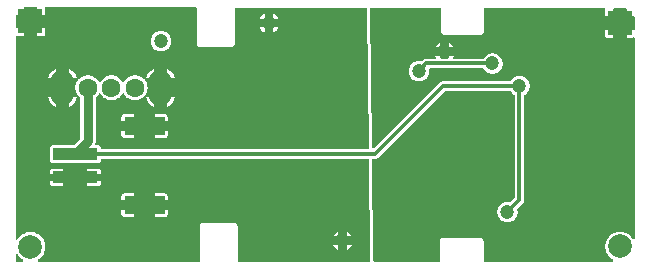
<source format=gbl>
G04 Layer: BottomLayer*
G04 EasyEDA v6.5.42, 2024-05-27 16:03:50*
G04 5a823164b2b14e8aa45e0a56d25f44cb,4b06660695a64fe3bf0f4e1e846abbee,10*
G04 Gerber Generator version 0.2*
G04 Scale: 100 percent, Rotated: No, Reflected: No *
G04 Dimensions in millimeters *
G04 leading zeros omitted , absolute positions ,4 integer and 5 decimal *
%FSLAX45Y45*%
%MOMM*%

%AMMACRO1*21,1,$1,$2,0,0,$3*%
%ADD10C,0.3000*%
%ADD11C,0.8000*%
%ADD12MACRO1,1X3.8X-90.0000*%
%ADD13MACRO1,1.5X3.4X-90.0000*%
%ADD14C,2.0000*%
%ADD15O,1.599946X1.5999968*%
%ADD16O,1.9999959999999999X2.999994*%
%ADD17MACRO1,2X2X-90.0000*%
%ADD18R,2.0000X2.0000*%
%ADD19C,1.2000*%
%ADD20C,0.0124*%

%LPD*%
G36*
X2574604.0Y2420983.0D02*
G01*
X2570337.0Y2421897.0D01*
X2566883.0Y2424539.0D01*
X2564800.0Y2428400.0D01*
X2564546.0Y2432768.0D01*
X2566172.0Y2436832.0D01*
X2569321.0Y2439880.0D01*
X2576027.0Y2443894.0D01*
X2587965.0Y2453241.0D01*
X2598734.0Y2464010.0D01*
X2608082.0Y2475999.0D01*
X2615956.0Y2488953.0D01*
X2622204.0Y2502872.0D01*
X2626725.0Y2517350.0D01*
X2629468.0Y2532286.0D01*
X2630383.0Y2547475.0D01*
X2629468.0Y2562664.0D01*
X2626725.0Y2577650.0D01*
X2622204.0Y2592128.0D01*
X2615956.0Y2605996.0D01*
X2608082.0Y2619001.0D01*
X2598734.0Y2630939.0D01*
X2587965.0Y2641709.0D01*
X2576027.0Y2651056.0D01*
X2563022.0Y2658930.0D01*
X2549154.0Y2665178.0D01*
X2534625.0Y2669700.0D01*
X2519690.0Y2672443.0D01*
X2504500.0Y2673408.0D01*
X2489311.0Y2672443.0D01*
X2474376.0Y2669700.0D01*
X2459847.0Y2665178.0D01*
X2445979.0Y2658930.0D01*
X2432974.0Y2651056.0D01*
X2421036.0Y2641709.0D01*
X2410266.0Y2630939.0D01*
X2400919.0Y2619001.0D01*
X2396855.0Y2612346.0D01*
X2393858.0Y2609146.0D01*
X2389794.0Y2607520.0D01*
X2385425.0Y2607774.0D01*
X2381564.0Y2609908.0D01*
X2378923.0Y2613362.0D01*
X2378008.0Y2617630.0D01*
X2378008.0Y4322020.0D01*
X2378872.0Y4326134.0D01*
X2381361.0Y4329538.0D01*
X2385019.0Y4331722.0D01*
X2389235.0Y4332180.0D01*
X2398735.0Y4328878.0D01*
X2405085.0Y4328217.0D01*
X2448163.0Y4328217.0D01*
X2448163.0Y4397712.0D01*
X2388168.0Y4397712.0D01*
X2384257.0Y4398474.0D01*
X2381006.0Y4400709.0D01*
X2378770.0Y4404011.0D01*
X2378008.0Y4407922.0D01*
X2378008.0Y4500277.0D01*
X2378770.0Y4504188.0D01*
X2381006.0Y4507490.0D01*
X2384257.0Y4509675.0D01*
X2388168.0Y4510488.0D01*
X2448163.0Y4510488.0D01*
X2448163.0Y4568603.0D01*
X2448925.0Y4572514.0D01*
X2451160.0Y4575766.0D01*
X2454462.0Y4577950.0D01*
X2458323.0Y4578712.0D01*
X2550728.0Y4578509.0D01*
X2554589.0Y4577696.0D01*
X2557891.0Y4575512.0D01*
X2560076.0Y4572210.0D01*
X2560838.0Y4568349.0D01*
X2560838.0Y4510488.0D01*
X2630434.0Y4510488.0D01*
X2630434.0Y4553515.0D01*
X2629672.0Y4559865.0D01*
X2627944.0Y4564742.0D01*
X2627386.0Y4568654.0D01*
X2628300.0Y4572311.0D01*
X2630535.0Y4575461.0D01*
X2633786.0Y4577544.0D01*
X2637596.0Y4578306.0D01*
X3901043.0Y4575258.0D01*
X3904904.0Y4574496.0D01*
X3908206.0Y4572311.0D01*
X3910390.0Y4569060.0D01*
X3911203.0Y4565199.0D01*
X3913692.0Y4262380.0D01*
X3914505.0Y4255929.0D01*
X3916690.0Y4250392.0D01*
X3920246.0Y4245261.0D01*
X3923141.0Y4242416.0D01*
X3926850.0Y4239673.0D01*
X3932387.0Y4237234.0D01*
X3939753.0Y4236066.0D01*
X4205691.0Y4236066.0D01*
X4212193.0Y4236930.0D01*
X4217730.0Y4238962.0D01*
X4222861.0Y4242518.0D01*
X4225909.0Y4245515.0D01*
X4228551.0Y4249172.0D01*
X4231040.0Y4254659.0D01*
X4232208.0Y4262126.0D01*
X4232208.0Y4559662.0D01*
X4232970.0Y4563574.0D01*
X4235206.0Y4566825.0D01*
X4238457.0Y4569111.0D01*
X4242368.0Y4569822.0D01*
X5343508.0Y4569822.0D01*
X5347369.0Y4569111.0D01*
X5350620.0Y4566876.0D01*
X5352856.0Y4563675.0D01*
X5353668.0Y4559865.0D01*
X5368807.0Y3384608.0D01*
X5368045.0Y3380696.0D01*
X5365860.0Y3377293.0D01*
X5362558.0Y3375058.0D01*
X5358647.0Y3374296.0D01*
X3111052.0Y3374296.0D01*
X3107395.0Y3374905.0D01*
X3104245.0Y3376836.0D01*
X3102010.0Y3379731.0D01*
X3100943.0Y3383287.0D01*
X3100283.0Y3389028.0D01*
X3098403.0Y3394463.0D01*
X3095304.0Y3399391.0D01*
X3091190.0Y3403455.0D01*
X3086313.0Y3406604.0D01*
X3080877.0Y3408535.0D01*
X3074527.0Y3409195.0D01*
X3063707.0Y3409195.0D01*
X3060100.0Y3409906.0D01*
X3056950.0Y3411735.0D01*
X3054715.0Y3414580.0D01*
X3053598.0Y3418085.0D01*
X3053801.0Y3421743.0D01*
X3055376.0Y3428194.0D01*
X3056188.0Y3438862.0D01*
X3056188.0Y3806349.0D01*
X3057103.0Y3810565.0D01*
X3059694.0Y3813969.0D01*
X3065180.0Y3818846.0D01*
X3074324.0Y3829209.0D01*
X3081842.0Y3840486.0D01*
X3084636.0Y3843331.0D01*
X3088294.0Y3844855.0D01*
X3092307.0Y3844855.0D01*
X3095965.0Y3843331.0D01*
X3098759.0Y3840486.0D01*
X3106277.0Y3829209.0D01*
X3115421.0Y3818846.0D01*
X3125835.0Y3809651.0D01*
X3137367.0Y3801980.0D01*
X3149762.0Y3795884.0D01*
X3162919.0Y3791464.0D01*
X3176483.0Y3788670.0D01*
X3190300.0Y3787807.0D01*
X3204118.0Y3788670.0D01*
X3217682.0Y3791464.0D01*
X3230839.0Y3795884.0D01*
X3243234.0Y3801980.0D01*
X3254766.0Y3809651.0D01*
X3265180.0Y3818846.0D01*
X3274324.0Y3829209.0D01*
X3281842.0Y3840486.0D01*
X3284636.0Y3843331.0D01*
X3288294.0Y3844855.0D01*
X3292307.0Y3844855.0D01*
X3295964.0Y3843331.0D01*
X3298758.0Y3840486.0D01*
X3306277.0Y3829209.0D01*
X3315421.0Y3818846.0D01*
X3325835.0Y3809651.0D01*
X3337366.0Y3801980.0D01*
X3349762.0Y3795884.0D01*
X3362919.0Y3791464.0D01*
X3376482.0Y3788670.0D01*
X3390300.0Y3787807.0D01*
X3404118.0Y3788670.0D01*
X3417681.0Y3791464.0D01*
X3430838.0Y3795884.0D01*
X3443234.0Y3801980.0D01*
X3454765.0Y3809651.0D01*
X3465687.0Y3819303.0D01*
X3469345.0Y3821284.0D01*
X3471885.0Y3821538.0D01*
X3472342.0Y3825856.0D01*
X3474323.0Y3829209.0D01*
X3481994.0Y3840791.0D01*
X3488141.0Y3853136.0D01*
X3492561.0Y3866242.0D01*
X3495253.0Y3879907.0D01*
X3496167.0Y3893674.0D01*
X3495253.0Y3907492.0D01*
X3492561.0Y3921106.0D01*
X3488141.0Y3934212.0D01*
X3481994.0Y3946608.0D01*
X3474272.0Y3958190.0D01*
X3472342.0Y3961492.0D01*
X3471885.0Y3965861.0D01*
X3469345.0Y3966064.0D01*
X3465687.0Y3968096.0D01*
X3454765.0Y3977697.0D01*
X3443234.0Y3985419.0D01*
X3430838.0Y3991515.0D01*
X3417681.0Y3995934.0D01*
X3404118.0Y3998678.0D01*
X3390300.0Y3999592.0D01*
X3376482.0Y3998678.0D01*
X3362919.0Y3995934.0D01*
X3349762.0Y3991515.0D01*
X3337366.0Y3985419.0D01*
X3325835.0Y3977697.0D01*
X3315421.0Y3968553.0D01*
X3306277.0Y3958139.0D01*
X3298758.0Y3946862.0D01*
X3295964.0Y3944017.0D01*
X3292307.0Y3942493.0D01*
X3288294.0Y3942493.0D01*
X3284636.0Y3944017.0D01*
X3281842.0Y3946862.0D01*
X3274324.0Y3958139.0D01*
X3265180.0Y3968553.0D01*
X3254766.0Y3977697.0D01*
X3243234.0Y3985419.0D01*
X3230839.0Y3991515.0D01*
X3217682.0Y3995934.0D01*
X3204118.0Y3998678.0D01*
X3190300.0Y3999592.0D01*
X3176483.0Y3998678.0D01*
X3162919.0Y3995934.0D01*
X3149762.0Y3991515.0D01*
X3137367.0Y3985419.0D01*
X3125835.0Y3977697.0D01*
X3115421.0Y3968553.0D01*
X3106277.0Y3958139.0D01*
X3098759.0Y3946862.0D01*
X3095965.0Y3944017.0D01*
X3092307.0Y3942493.0D01*
X3088294.0Y3942493.0D01*
X3084636.0Y3944017.0D01*
X3081842.0Y3946862.0D01*
X3074324.0Y3958139.0D01*
X3065180.0Y3968553.0D01*
X3054766.0Y3977697.0D01*
X3043234.0Y3985419.0D01*
X3030839.0Y3991515.0D01*
X3017682.0Y3995934.0D01*
X3004118.0Y3998678.0D01*
X2990301.0Y3999592.0D01*
X2976483.0Y3998678.0D01*
X2962920.0Y3995934.0D01*
X2949762.0Y3991515.0D01*
X2937367.0Y3985419.0D01*
X2925836.0Y3977697.0D01*
X2914914.0Y3968096.0D01*
X2911256.0Y3966064.0D01*
X2908716.0Y3965861.0D01*
X2908259.0Y3961492.0D01*
X2906278.0Y3958139.0D01*
X2898607.0Y3946608.0D01*
X2892460.0Y3934212.0D01*
X2888040.0Y3921106.0D01*
X2885348.0Y3907492.0D01*
X2884434.0Y3893674.0D01*
X2885348.0Y3879907.0D01*
X2888040.0Y3866242.0D01*
X2892460.0Y3853136.0D01*
X2898607.0Y3840791.0D01*
X2906328.0Y3829158.0D01*
X2908259.0Y3825856.0D01*
X2908716.0Y3821538.0D01*
X2911256.0Y3821284.0D01*
X2914914.0Y3819303.0D01*
X2920908.0Y3813969.0D01*
X2923499.0Y3810565.0D01*
X2924413.0Y3806349.0D01*
X2924413.0Y3470054.0D01*
X2923600.0Y3466142.0D01*
X2921416.0Y3462789.0D01*
X2870768.0Y3412142.0D01*
X2867466.0Y3410008.0D01*
X2863606.0Y3409195.0D01*
X2695661.0Y3409195.0D01*
X2689362.0Y3408535.0D01*
X2683875.0Y3406604.0D01*
X2678998.0Y3403455.0D01*
X2674884.0Y3399391.0D01*
X2671836.0Y3394463.0D01*
X2669905.0Y3389028.0D01*
X2669194.0Y3382728.0D01*
X2669194.0Y3283821.0D01*
X2669905.0Y3277572.0D01*
X2671836.0Y3272086.0D01*
X2674884.0Y3267158.0D01*
X2678998.0Y3263094.0D01*
X2683875.0Y3260046.0D01*
X2689362.0Y3258116.0D01*
X2695661.0Y3257354.0D01*
X3074527.0Y3257354.0D01*
X3080877.0Y3258116.0D01*
X3086313.0Y3260046.0D01*
X3091190.0Y3263094.0D01*
X3095304.0Y3267158.0D01*
X3098403.0Y3272086.0D01*
X3100283.0Y3277572.0D01*
X3100943.0Y3283465.0D01*
X3102010.0Y3286970.0D01*
X3104296.0Y3289866.0D01*
X3107446.0Y3291796.0D01*
X3111052.0Y3292457.0D01*
X5359967.0Y3292457.0D01*
X5363828.0Y3291746.0D01*
X5367080.0Y3289510.0D01*
X5369315.0Y3286259.0D01*
X5370128.0Y3282449.0D01*
X5381050.0Y2431295.0D01*
X5380338.0Y2427333.0D01*
X5378154.0Y2423980.0D01*
X5374852.0Y2421796.0D01*
X5370890.0Y2420983.0D01*
X4267768.0Y2420983.0D01*
X4263857.0Y2421796.0D01*
X4260606.0Y2423980.0D01*
X4258370.0Y2427231.0D01*
X4257608.0Y2431143.0D01*
X4257608.0Y2724716.0D01*
X4256796.0Y2731168.0D01*
X4254713.0Y2736705.0D01*
X4251157.0Y2741836.0D01*
X4248160.0Y2744884.0D01*
X4244553.0Y2747576.0D01*
X4239016.0Y2750065.0D01*
X4231548.0Y2751183.0D01*
X3965610.0Y2751183.0D01*
X3959108.0Y2750370.0D01*
X3953570.0Y2748287.0D01*
X3948440.0Y2744731.0D01*
X3945392.0Y2741785.0D01*
X3942750.0Y2738127.0D01*
X3940261.0Y2732590.0D01*
X3939092.0Y2725173.0D01*
X3939092.0Y2431143.0D01*
X3938330.0Y2427231.0D01*
X3936095.0Y2423980.0D01*
X3932844.0Y2421796.0D01*
X3928932.0Y2420983.0D01*
G37*

%LPC*%
G36*
X5182473.0Y2522126.0D02*
G01*
X5192532.0Y2527612.0D01*
X5202336.0Y2534978.0D01*
X5211023.0Y2543614.0D01*
X5218338.0Y2553418.0D01*
X5223875.0Y2563528.0D01*
X5182473.0Y2563528.0D01*
G37*
G36*
X5109728.0Y2522126.0D02*
G01*
X5109728.0Y2563528.0D01*
X5068326.0Y2563528.0D01*
X5073863.0Y2553418.0D01*
X5081178.0Y2543614.0D01*
X5089865.0Y2534978.0D01*
X5099669.0Y2527612.0D01*
G37*
G36*
X5068326.0Y2636273.0D02*
G01*
X5109728.0Y2636273.0D01*
X5109728.0Y2677624.0D01*
X5099669.0Y2672138.0D01*
X5089865.0Y2664772.0D01*
X5081178.0Y2656136.0D01*
X5073863.0Y2646281.0D01*
G37*
G36*
X5182473.0Y2636273.0D02*
G01*
X5223875.0Y2636273.0D01*
X5218338.0Y2646281.0D01*
X5211023.0Y2656136.0D01*
X5202336.0Y2664772.0D01*
X5192532.0Y2672138.0D01*
X5182473.0Y2677624.0D01*
G37*
G36*
X3561445.0Y2797411.0D02*
G01*
X3639525.0Y2797411.0D01*
X3645875.0Y2798071.0D01*
X3651311.0Y2800002.0D01*
X3656187.0Y2803050.0D01*
X3660302.0Y2807215.0D01*
X3663401.0Y2812092.0D01*
X3665280.0Y2817528.0D01*
X3665992.0Y2823878.0D01*
X3665992.0Y2854408.0D01*
X3561445.0Y2854408.0D01*
G37*
G36*
X3300689.0Y2797411.0D02*
G01*
X3378768.0Y2797411.0D01*
X3378768.0Y2854408.0D01*
X3274171.0Y2854408.0D01*
X3274171.0Y2823878.0D01*
X3274882.0Y2817528.0D01*
X3276813.0Y2812092.0D01*
X3279912.0Y2807215.0D01*
X3283976.0Y2803050.0D01*
X3288903.0Y2800002.0D01*
X3294339.0Y2798071.0D01*
G37*
G36*
X3274171.0Y2942140.0D02*
G01*
X3378768.0Y2942140.0D01*
X3378768.0Y2999239.0D01*
X3300689.0Y2999239.0D01*
X3294339.0Y2998477.0D01*
X3288903.0Y2996547.0D01*
X3283976.0Y2993499.0D01*
X3279912.0Y2989435.0D01*
X3276813.0Y2984558.0D01*
X3274882.0Y2979021.0D01*
X3274171.0Y2972772.0D01*
G37*
G36*
X3561445.0Y2942140.0D02*
G01*
X3665992.0Y2942140.0D01*
X3665992.0Y2972772.0D01*
X3665280.0Y2979021.0D01*
X3663401.0Y2984558.0D01*
X3660302.0Y2989435.0D01*
X3656187.0Y2993499.0D01*
X3651311.0Y2996547.0D01*
X3645875.0Y2998477.0D01*
X3639525.0Y2999239.0D01*
X3561445.0Y2999239.0D01*
G37*
G36*
X2986440.0Y3057354.0D02*
G01*
X3074527.0Y3057354.0D01*
X3080877.0Y3058066.0D01*
X3086313.0Y3059996.0D01*
X3091190.0Y3063146.0D01*
X3095304.0Y3067159.0D01*
X3098403.0Y3072086.0D01*
X3100283.0Y3077522.0D01*
X3100994.0Y3083821.0D01*
X3100994.0Y3101906.0D01*
X2986440.0Y3101906.0D01*
G37*
G36*
X2695661.0Y3057354.0D02*
G01*
X2783748.0Y3057354.0D01*
X2783748.0Y3101906.0D01*
X2669194.0Y3101906.0D01*
X2669194.0Y3083821.0D01*
X2669905.0Y3077522.0D01*
X2671836.0Y3072086.0D01*
X2674884.0Y3067159.0D01*
X2678998.0Y3063146.0D01*
X2683875.0Y3059996.0D01*
X2689362.0Y3058066.0D01*
G37*
G36*
X2669194.0Y3164644.0D02*
G01*
X2783748.0Y3164644.0D01*
X2783748.0Y3209246.0D01*
X2695661.0Y3209246.0D01*
X2689362.0Y3208484.0D01*
X2683875.0Y3206554.0D01*
X2678998.0Y3203455.0D01*
X2674884.0Y3199442.0D01*
X2671836.0Y3194514.0D01*
X2669905.0Y3189028.0D01*
X2669194.0Y3182780.0D01*
G37*
G36*
X2986440.0Y3164644.0D02*
G01*
X3100994.0Y3164644.0D01*
X3100994.0Y3182780.0D01*
X3100283.0Y3189028.0D01*
X3098403.0Y3194514.0D01*
X3095304.0Y3199442.0D01*
X3091190.0Y3203455.0D01*
X3086313.0Y3206554.0D01*
X3080877.0Y3208484.0D01*
X3074527.0Y3209246.0D01*
X2986440.0Y3209246.0D01*
G37*
G36*
X3561445.0Y3467361.0D02*
G01*
X3639525.0Y3467361.0D01*
X3645875.0Y3468123.0D01*
X3651311.0Y3470054.0D01*
X3656187.0Y3473051.0D01*
X3660302.0Y3477166.0D01*
X3663401.0Y3482042.0D01*
X3665280.0Y3487580.0D01*
X3665992.0Y3493828.0D01*
X3665992.0Y3524410.0D01*
X3561445.0Y3524410.0D01*
G37*
G36*
X3300689.0Y3467361.0D02*
G01*
X3378768.0Y3467361.0D01*
X3378768.0Y3524410.0D01*
X3274171.0Y3524410.0D01*
X3274171.0Y3493828.0D01*
X3274882.0Y3487580.0D01*
X3276813.0Y3482042.0D01*
X3279912.0Y3477166.0D01*
X3283976.0Y3473051.0D01*
X3288903.0Y3470054.0D01*
X3294339.0Y3468123.0D01*
G37*
G36*
X3561445.0Y3612192.0D02*
G01*
X3665992.0Y3612192.0D01*
X3665992.0Y3642723.0D01*
X3665280.0Y3649022.0D01*
X3663401.0Y3654508.0D01*
X3660302.0Y3659385.0D01*
X3656187.0Y3663551.0D01*
X3651311.0Y3666548.0D01*
X3645875.0Y3668478.0D01*
X3639525.0Y3669190.0D01*
X3561445.0Y3669190.0D01*
G37*
G36*
X3274171.0Y3612192.0D02*
G01*
X3378768.0Y3612192.0D01*
X3378768.0Y3669190.0D01*
X3300689.0Y3669190.0D01*
X3294339.0Y3668478.0D01*
X3288903.0Y3666548.0D01*
X3283976.0Y3663551.0D01*
X3279912.0Y3659385.0D01*
X3276813.0Y3654508.0D01*
X3274882.0Y3649022.0D01*
X3274171.0Y3642723.0D01*
G37*
G36*
X3548948.0Y3731216.0D02*
G01*
X3548948.0Y3812343.0D01*
X3483467.0Y3812343.0D01*
X3487582.0Y3799033.0D01*
X3493830.0Y3785165.0D01*
X3501704.0Y3772160.0D01*
X3511102.0Y3760223.0D01*
X3521821.0Y3749504.0D01*
X3533810.0Y3740106.0D01*
X3546815.0Y3732182.0D01*
G37*
G36*
X3661674.0Y3731216.0D02*
G01*
X3663807.0Y3732182.0D01*
X3676812.0Y3740106.0D01*
X3688801.0Y3749504.0D01*
X3699520.0Y3760223.0D01*
X3708918.0Y3772160.0D01*
X3716792.0Y3785165.0D01*
X3723040.0Y3799033.0D01*
X3727155.0Y3812343.0D01*
X3661674.0Y3812343.0D01*
G37*
G36*
X2831652.0Y3731216.0D02*
G01*
X2833786.0Y3732182.0D01*
X2846791.0Y3740106.0D01*
X2858780.0Y3749504.0D01*
X2869498.0Y3760223.0D01*
X2878896.0Y3772160.0D01*
X2886770.0Y3785165.0D01*
X2893019.0Y3799033.0D01*
X2897134.0Y3812343.0D01*
X2831652.0Y3812343.0D01*
G37*
G36*
X2718927.0Y3731216.0D02*
G01*
X2718927.0Y3812343.0D01*
X2653446.0Y3812343.0D01*
X2657561.0Y3799033.0D01*
X2663809.0Y3785165.0D01*
X2671683.0Y3772160.0D01*
X2681081.0Y3760223.0D01*
X2691800.0Y3749504.0D01*
X2703789.0Y3740106.0D01*
X2716794.0Y3732182.0D01*
G37*
G36*
X3483467.0Y3975056.0D02*
G01*
X3548948.0Y3975056.0D01*
X3548948.0Y4056183.0D01*
X3546815.0Y4055218.0D01*
X3533810.0Y4047293.0D01*
X3521821.0Y4037895.0D01*
X3511102.0Y4027176.0D01*
X3501704.0Y4015238.0D01*
X3493830.0Y4002183.0D01*
X3487582.0Y3988365.0D01*
G37*
G36*
X2831652.0Y3975056.0D02*
G01*
X2897134.0Y3975056.0D01*
X2893019.0Y3988365.0D01*
X2886770.0Y4002183.0D01*
X2878896.0Y4015238.0D01*
X2869498.0Y4027176.0D01*
X2858780.0Y4037895.0D01*
X2846791.0Y4047293.0D01*
X2833786.0Y4055218.0D01*
X2831652.0Y4056183.0D01*
G37*
G36*
X2653446.0Y3975056.0D02*
G01*
X2718927.0Y3975056.0D01*
X2718927.0Y4056183.0D01*
X2716794.0Y4055218.0D01*
X2703789.0Y4047293.0D01*
X2691800.0Y4037895.0D01*
X2681081.0Y4027176.0D01*
X2671683.0Y4015238.0D01*
X2663809.0Y4002183.0D01*
X2657561.0Y3988365.0D01*
G37*
G36*
X3661674.0Y3975056.0D02*
G01*
X3727155.0Y3975056.0D01*
X3723040.0Y3988365.0D01*
X3716792.0Y4002183.0D01*
X3708918.0Y4015238.0D01*
X3699520.0Y4027176.0D01*
X3688801.0Y4037895.0D01*
X3676812.0Y4047293.0D01*
X3663807.0Y4055218.0D01*
X3661674.0Y4056183.0D01*
G37*
G36*
X3609400.0Y4203097.0D02*
G01*
X3621643.0Y4203960.0D01*
X3633581.0Y4206602.0D01*
X3645062.0Y4210869.0D01*
X3655832.0Y4216711.0D01*
X3665636.0Y4224077.0D01*
X3674323.0Y4232713.0D01*
X3681638.0Y4242518.0D01*
X3687531.0Y4253287.0D01*
X3691798.0Y4264819.0D01*
X3694389.0Y4276757.0D01*
X3695303.0Y4288949.0D01*
X3694389.0Y4301192.0D01*
X3691798.0Y4313180.0D01*
X3687531.0Y4324661.0D01*
X3681638.0Y4335380.0D01*
X3674323.0Y4345235.0D01*
X3665636.0Y4353871.0D01*
X3655832.0Y4361237.0D01*
X3645062.0Y4367079.0D01*
X3633581.0Y4371397.0D01*
X3621643.0Y4373988.0D01*
X3609400.0Y4374852.0D01*
X3597158.0Y4373988.0D01*
X3585220.0Y4371397.0D01*
X3573739.0Y4367079.0D01*
X3562969.0Y4361237.0D01*
X3553165.0Y4353871.0D01*
X3544478.0Y4345235.0D01*
X3537163.0Y4335380.0D01*
X3531270.0Y4324661.0D01*
X3527003.0Y4313180.0D01*
X3524412.0Y4301192.0D01*
X3523498.0Y4288949.0D01*
X3524412.0Y4276757.0D01*
X3527003.0Y4264819.0D01*
X3531270.0Y4253287.0D01*
X3537163.0Y4242518.0D01*
X3544478.0Y4232713.0D01*
X3553165.0Y4224077.0D01*
X3562969.0Y4216711.0D01*
X3573739.0Y4210869.0D01*
X3585220.0Y4206602.0D01*
X3597158.0Y4203960.0D01*
G37*
G36*
X2560838.0Y4328217.0D02*
G01*
X2603916.0Y4328217.0D01*
X2610266.0Y4328878.0D01*
X2615702.0Y4330808.0D01*
X2620629.0Y4333856.0D01*
X2624693.0Y4338022.0D01*
X2627792.0Y4342898.0D01*
X2629672.0Y4348334.0D01*
X2630434.0Y4354684.0D01*
X2630434.0Y4397712.0D01*
X2560838.0Y4397712.0D01*
G37*
G36*
X4560173.0Y4363625.0D02*
G01*
X4570232.0Y4369111.0D01*
X4580036.0Y4376477.0D01*
X4588723.0Y4385113.0D01*
X4596038.0Y4394918.0D01*
X4601575.0Y4405027.0D01*
X4560173.0Y4405027.0D01*
G37*
G36*
X4487428.0Y4363625.0D02*
G01*
X4487428.0Y4405027.0D01*
X4446026.0Y4405027.0D01*
X4451563.0Y4394918.0D01*
X4458878.0Y4385113.0D01*
X4467565.0Y4376477.0D01*
X4477369.0Y4369111.0D01*
G37*
G36*
X4446026.0Y4477772.0D02*
G01*
X4487428.0Y4477772.0D01*
X4487428.0Y4519124.0D01*
X4477369.0Y4513637.0D01*
X4467565.0Y4506271.0D01*
X4458878.0Y4497635.0D01*
X4451563.0Y4487780.0D01*
G37*
G36*
X4560173.0Y4477772.0D02*
G01*
X4601575.0Y4477772.0D01*
X4596038.0Y4487780.0D01*
X4588723.0Y4497635.0D01*
X4580036.0Y4506271.0D01*
X4570232.0Y4513637.0D01*
X4560173.0Y4519124.0D01*
G37*

%LPD*%
G36*
X2388168.0Y2420983.0D02*
G01*
X2384257.0Y2421796.0D01*
X2381006.0Y2423980.0D01*
X2378770.0Y2427231.0D01*
X2378008.0Y2431143.0D01*
X2378008.0Y2477371.0D01*
X2378923.0Y2481638.0D01*
X2381564.0Y2485092.0D01*
X2385425.0Y2487226.0D01*
X2389794.0Y2487429.0D01*
X2393858.0Y2485854.0D01*
X2396855.0Y2482654.0D01*
X2400919.0Y2475999.0D01*
X2410266.0Y2464010.0D01*
X2421036.0Y2453241.0D01*
X2432974.0Y2443894.0D01*
X2439680.0Y2439880.0D01*
X2442829.0Y2436832.0D01*
X2444455.0Y2432768.0D01*
X2444201.0Y2428400.0D01*
X2442118.0Y2424539.0D01*
X2438664.0Y2421897.0D01*
X2434396.0Y2420983.0D01*
G37*

%LPD*%
G36*
X5417118.0Y2420983.0D02*
G01*
X5413308.0Y2421796.0D01*
X5410006.0Y2423929.0D01*
X5407770.0Y2427231.0D01*
X5406958.0Y2431041.0D01*
X5396036.0Y3282144.0D01*
X5396747.0Y3286056.0D01*
X5398931.0Y3289409.0D01*
X5402284.0Y3291644.0D01*
X5406196.0Y3292457.0D01*
X5421689.0Y3292457.0D01*
X5430173.0Y3293270.0D01*
X5437844.0Y3295657.0D01*
X5444905.0Y3299366.0D01*
X5451458.0Y3304750.0D01*
X6010970.0Y3864007.0D01*
X6014272.0Y3866242.0D01*
X6018132.0Y3867004.0D01*
X6563470.0Y3867004.0D01*
X6566976.0Y3866344.0D01*
X6570125.0Y3864515.0D01*
X6579777.0Y3851713.0D01*
X6588464.0Y3843077.0D01*
X6598522.0Y3835610.0D01*
X6601316.0Y3833324.0D01*
X6603145.0Y3830225.0D01*
X6603806.0Y3826669.0D01*
X6603806.0Y2963984.0D01*
X6603044.0Y2960072.0D01*
X6600808.0Y2956720.0D01*
X6571497.0Y2927459.0D01*
X6568754.0Y2925478.0D01*
X6565553.0Y2924513.0D01*
X6562150.0Y2924716.0D01*
X6555342.0Y2926189.0D01*
X6543100.0Y2927052.0D01*
X6530857.0Y2926189.0D01*
X6518919.0Y2923598.0D01*
X6507438.0Y2919280.0D01*
X6496668.0Y2913438.0D01*
X6486864.0Y2906072.0D01*
X6478177.0Y2897436.0D01*
X6470862.0Y2887581.0D01*
X6464969.0Y2876862.0D01*
X6460702.0Y2865381.0D01*
X6458111.0Y2853392.0D01*
X6457197.0Y2841150.0D01*
X6458111.0Y2828958.0D01*
X6460702.0Y2817020.0D01*
X6464969.0Y2805488.0D01*
X6470862.0Y2794718.0D01*
X6478177.0Y2784914.0D01*
X6486864.0Y2776278.0D01*
X6496668.0Y2768912.0D01*
X6507438.0Y2763070.0D01*
X6518919.0Y2758803.0D01*
X6530857.0Y2756161.0D01*
X6543100.0Y2755298.0D01*
X6555342.0Y2756161.0D01*
X6567280.0Y2758803.0D01*
X6578761.0Y2763070.0D01*
X6589531.0Y2768912.0D01*
X6599335.0Y2776278.0D01*
X6608022.0Y2784914.0D01*
X6615337.0Y2794718.0D01*
X6621230.0Y2805488.0D01*
X6625497.0Y2817020.0D01*
X6628088.0Y2828958.0D01*
X6629002.0Y2841150.0D01*
X6628088.0Y2853392.0D01*
X6626615.0Y2860250.0D01*
X6626462.0Y2863603.0D01*
X6627428.0Y2866854.0D01*
X6629358.0Y2869598.0D01*
X6673249.0Y2913489.0D01*
X6678685.0Y2920093.0D01*
X6682444.0Y2927154.0D01*
X6684781.0Y2934825.0D01*
X6685594.0Y2943258.0D01*
X6685594.0Y3826669.0D01*
X6686254.0Y3830225.0D01*
X6688083.0Y3833324.0D01*
X6700935.0Y3843077.0D01*
X6709622.0Y3851713.0D01*
X6716937.0Y3861518.0D01*
X6722830.0Y3872287.0D01*
X6727097.0Y3883819.0D01*
X6729688.0Y3895757.0D01*
X6730602.0Y3907949.0D01*
X6729688.0Y3920192.0D01*
X6727097.0Y3932180.0D01*
X6722830.0Y3943661.0D01*
X6716937.0Y3954380.0D01*
X6709622.0Y3964235.0D01*
X6700935.0Y3972871.0D01*
X6691131.0Y3980237.0D01*
X6680361.0Y3986079.0D01*
X6668880.0Y3990397.0D01*
X6656942.0Y3992988.0D01*
X6644700.0Y3993852.0D01*
X6632457.0Y3992988.0D01*
X6620519.0Y3990397.0D01*
X6609038.0Y3986079.0D01*
X6598268.0Y3980237.0D01*
X6588464.0Y3972871.0D01*
X6579777.0Y3964235.0D01*
X6570024.0Y3951281.0D01*
X6566925.0Y3949452.0D01*
X6563369.0Y3948792.0D01*
X5997508.0Y3948792.0D01*
X5989024.0Y3947979.0D01*
X5981353.0Y3945642.0D01*
X5974292.0Y3941934.0D01*
X5967739.0Y3936549.0D01*
X5411987.0Y3381001.0D01*
X5408735.0Y3378817.0D01*
X5404875.0Y3378004.0D01*
X5401014.0Y3378766.0D01*
X5397712.0Y3380950.0D01*
X5395477.0Y3384202.0D01*
X5394664.0Y3388062.0D01*
X5379576.0Y4559510.0D01*
X5380288.0Y4563472.0D01*
X5382523.0Y4566825.0D01*
X5385825.0Y4569111.0D01*
X5389736.0Y4569822.0D01*
X5973632.0Y4569822.0D01*
X5977543.0Y4569111.0D01*
X5980794.0Y4566825.0D01*
X5983030.0Y4563574.0D01*
X5983792.0Y4559662.0D01*
X5983792.0Y4364184.0D01*
X5984604.0Y4357681.0D01*
X5986687.0Y4352195.0D01*
X5990243.0Y4347013.0D01*
X5993240.0Y4343965.0D01*
X5996847.0Y4341324.0D01*
X6002384.0Y4338834.0D01*
X6009852.0Y4337666.0D01*
X6313890.0Y4337666.0D01*
X6320392.0Y4338530.0D01*
X6325930.0Y4340562.0D01*
X6331060.0Y4344118.0D01*
X6334108.0Y4347115.0D01*
X6336750.0Y4350772.0D01*
X6339239.0Y4356259.0D01*
X6340408.0Y4363726.0D01*
X6340408.0Y4556106.0D01*
X6341169.0Y4560018.0D01*
X6343405.0Y4563269.0D01*
X6346656.0Y4565504.0D01*
X6350568.0Y4566266.0D01*
X7362757.0Y4566266.0D01*
X7366568.0Y4565606.0D01*
X7369819.0Y4563472.0D01*
X7372054.0Y4560322.0D01*
X7372918.0Y4556563.0D01*
X7372359.0Y4552753.0D01*
X7370428.0Y4547165.0D01*
X7369717.0Y4540815.0D01*
X7369717.0Y4497788.0D01*
X7439262.0Y4497788.0D01*
X7439262.0Y4556106.0D01*
X7440024.0Y4560018.0D01*
X7442209.0Y4563269.0D01*
X7445511.0Y4565504.0D01*
X7449422.0Y4566266.0D01*
X7541777.0Y4566266.0D01*
X7545688.0Y4565504.0D01*
X7548990.0Y4563269.0D01*
X7551175.0Y4560018.0D01*
X7551937.0Y4556106.0D01*
X7551937.0Y4497788.0D01*
X7611932.0Y4497788.0D01*
X7615843.0Y4496975.0D01*
X7619094.0Y4494790.0D01*
X7621330.0Y4491488.0D01*
X7622092.0Y4487577.0D01*
X7622092.0Y4395222.0D01*
X7621330.0Y4391311.0D01*
X7619094.0Y4388009.0D01*
X7615843.0Y4385774.0D01*
X7611932.0Y4385012.0D01*
X7551937.0Y4385012.0D01*
X7551937.0Y4315517.0D01*
X7595015.0Y4315517.0D01*
X7601365.0Y4316178.0D01*
X7610865.0Y4319480.0D01*
X7615081.0Y4319022.0D01*
X7618739.0Y4316838.0D01*
X7621228.0Y4313434.0D01*
X7622092.0Y4309320.0D01*
X7622092.0Y2619204.0D01*
X7621177.0Y2614886.0D01*
X7618536.0Y2611432.0D01*
X7614675.0Y2609451.0D01*
X7610306.0Y2609146.0D01*
X7606242.0Y2610822.0D01*
X7603245.0Y2613921.0D01*
X7599181.0Y2620627.0D01*
X7589834.0Y2632565.0D01*
X7579064.0Y2643284.0D01*
X7567126.0Y2652682.0D01*
X7554121.0Y2660606.0D01*
X7540253.0Y2666804.0D01*
X7525724.0Y2671376.0D01*
X7510789.0Y2674068.0D01*
X7495600.0Y2674983.0D01*
X7480410.0Y2674068.0D01*
X7465475.0Y2671376.0D01*
X7450946.0Y2666804.0D01*
X7437078.0Y2660606.0D01*
X7424073.0Y2652682.0D01*
X7412135.0Y2643284.0D01*
X7401366.0Y2632565.0D01*
X7392018.0Y2620627.0D01*
X7384144.0Y2607571.0D01*
X7377896.0Y2593754.0D01*
X7373375.0Y2579225.0D01*
X7370632.0Y2564239.0D01*
X7369717.0Y2549050.0D01*
X7370632.0Y2533911.0D01*
X7373375.0Y2518976.0D01*
X7377896.0Y2504447.0D01*
X7384144.0Y2490630.0D01*
X7392018.0Y2477574.0D01*
X7401366.0Y2465585.0D01*
X7412135.0Y2454866.0D01*
X7424073.0Y2445468.0D01*
X7433420.0Y2439880.0D01*
X7436570.0Y2436832.0D01*
X7438196.0Y2432768.0D01*
X7437942.0Y2428400.0D01*
X7435910.0Y2424539.0D01*
X7432404.0Y2421897.0D01*
X7428137.0Y2420983.0D01*
X6350568.0Y2420983.0D01*
X6346656.0Y2421796.0D01*
X6343405.0Y2423980.0D01*
X6341169.0Y2427231.0D01*
X6340408.0Y2431143.0D01*
X6340408.0Y2597716.0D01*
X6339595.0Y2604168.0D01*
X6337512.0Y2609705.0D01*
X6333956.0Y2614836.0D01*
X6330959.0Y2617884.0D01*
X6327352.0Y2620576.0D01*
X6321815.0Y2623065.0D01*
X6314347.0Y2624183.0D01*
X5997609.0Y2624183.0D01*
X5991107.0Y2623370.0D01*
X5985570.0Y2621287.0D01*
X5980439.0Y2617731.0D01*
X5977391.0Y2614785.0D01*
X5974749.0Y2611127.0D01*
X5972260.0Y2605590.0D01*
X5971092.0Y2598173.0D01*
X5971092.0Y2431143.0D01*
X5970330.0Y2427231.0D01*
X5968094.0Y2423980.0D01*
X5964843.0Y2421796.0D01*
X5960932.0Y2420983.0D01*
G37*

%LPC*%
G36*
X5793800.0Y3949097.0D02*
G01*
X5806042.0Y3949960.0D01*
X5817980.0Y3952602.0D01*
X5829461.0Y3956869.0D01*
X5840231.0Y3962711.0D01*
X5850035.0Y3970077.0D01*
X5858722.0Y3978713.0D01*
X5866037.0Y3988517.0D01*
X5871930.0Y3999287.0D01*
X5876197.0Y4010819.0D01*
X5878788.0Y4022757.0D01*
X5879702.0Y4034949.0D01*
X5878839.0Y4046684.0D01*
X5879398.0Y4050849.0D01*
X5881531.0Y4054354.0D01*
X5884935.0Y4056742.0D01*
X5888999.0Y4057606.0D01*
X6334819.0Y4057606.0D01*
X6338376.0Y4056945.0D01*
X6341474.0Y4055066.0D01*
X6351177.0Y4042213.0D01*
X6359864.0Y4033577.0D01*
X6369668.0Y4026211.0D01*
X6380438.0Y4020369.0D01*
X6391919.0Y4016102.0D01*
X6403857.0Y4013460.0D01*
X6416100.0Y4012597.0D01*
X6428342.0Y4013460.0D01*
X6440280.0Y4016102.0D01*
X6451761.0Y4020369.0D01*
X6462531.0Y4026211.0D01*
X6472335.0Y4033577.0D01*
X6481022.0Y4042213.0D01*
X6488337.0Y4052018.0D01*
X6494230.0Y4062787.0D01*
X6498497.0Y4074319.0D01*
X6501088.0Y4086257.0D01*
X6502002.0Y4098449.0D01*
X6501088.0Y4110692.0D01*
X6498497.0Y4122680.0D01*
X6494230.0Y4134161.0D01*
X6488337.0Y4144880.0D01*
X6481022.0Y4154735.0D01*
X6472335.0Y4163371.0D01*
X6462531.0Y4170737.0D01*
X6451761.0Y4176579.0D01*
X6440280.0Y4180897.0D01*
X6428342.0Y4183488.0D01*
X6416100.0Y4184351.0D01*
X6403857.0Y4183488.0D01*
X6391919.0Y4180897.0D01*
X6380438.0Y4176579.0D01*
X6369668.0Y4170737.0D01*
X6359864.0Y4163371.0D01*
X6351177.0Y4154735.0D01*
X6341474.0Y4141883.0D01*
X6338376.0Y4140003.0D01*
X6334819.0Y4139394.0D01*
X6091284.0Y4139394.0D01*
X6087220.0Y4140257.0D01*
X6083817.0Y4142696.0D01*
X6081683.0Y4146252.0D01*
X6081175.0Y4150468.0D01*
X6082344.0Y4154430.0D01*
X6087474.0Y4163727.0D01*
X6046072.0Y4163727.0D01*
X6046072.0Y4149554.0D01*
X6045260.0Y4145642.0D01*
X6043075.0Y4142340.0D01*
X6039773.0Y4140206.0D01*
X6035912.0Y4139394.0D01*
X5983487.0Y4139394.0D01*
X5979626.0Y4140206.0D01*
X5976324.0Y4142340.0D01*
X5974140.0Y4145642.0D01*
X5973327.0Y4149554.0D01*
X5973327.0Y4163727.0D01*
X5931925.0Y4163727.0D01*
X5937056.0Y4154430.0D01*
X5938224.0Y4150468.0D01*
X5937716.0Y4146252.0D01*
X5935582.0Y4142696.0D01*
X5932179.0Y4140257.0D01*
X5928115.0Y4139394.0D01*
X5857808.0Y4139394.0D01*
X5849324.0Y4138530.0D01*
X5841653.0Y4136295.0D01*
X5834592.0Y4132434.0D01*
X5828039.0Y4127100.0D01*
X5822197.0Y4121258.0D01*
X5819454.0Y4119277.0D01*
X5816253.0Y4118312.0D01*
X5812850.0Y4118515.0D01*
X5806042.0Y4119988.0D01*
X5793800.0Y4120852.0D01*
X5781557.0Y4119988.0D01*
X5769619.0Y4117397.0D01*
X5758138.0Y4113079.0D01*
X5747368.0Y4107237.0D01*
X5737564.0Y4099871.0D01*
X5728877.0Y4091235.0D01*
X5721562.0Y4081380.0D01*
X5715669.0Y4070661.0D01*
X5711402.0Y4059180.0D01*
X5708811.0Y4047192.0D01*
X5707897.0Y4034949.0D01*
X5708811.0Y4022757.0D01*
X5711402.0Y4010819.0D01*
X5715669.0Y3999287.0D01*
X5721562.0Y3988517.0D01*
X5728877.0Y3978713.0D01*
X5737564.0Y3970077.0D01*
X5747368.0Y3962711.0D01*
X5758138.0Y3956869.0D01*
X5769619.0Y3952602.0D01*
X5781557.0Y3949960.0D01*
G37*
G36*
X5931925.0Y4236472.0D02*
G01*
X5973327.0Y4236472.0D01*
X5973327.0Y4277824.0D01*
X5963268.0Y4272337.0D01*
X5953464.0Y4264971.0D01*
X5944777.0Y4256335.0D01*
X5937462.0Y4246480.0D01*
G37*
G36*
X6046072.0Y4236472.0D02*
G01*
X6087474.0Y4236472.0D01*
X6081937.0Y4246480.0D01*
X6074622.0Y4256335.0D01*
X6065935.0Y4264971.0D01*
X6056131.0Y4272337.0D01*
X6046072.0Y4277824.0D01*
G37*
G36*
X7396184.0Y4315517.0D02*
G01*
X7439262.0Y4315517.0D01*
X7439262.0Y4385012.0D01*
X7369717.0Y4385012.0D01*
X7369717.0Y4341984.0D01*
X7370428.0Y4335634.0D01*
X7372308.0Y4330198.0D01*
X7375407.0Y4325322.0D01*
X7379471.0Y4321156.0D01*
X7384398.0Y4318108.0D01*
X7389834.0Y4316178.0D01*
G37*

%LPD*%
D10*
X2884993.0Y3333376.0D02*
G01*
X5422197.0Y3333376.0D01*
X5997000.0Y3907923.0D01*
X6644700.0Y3907923.0D01*
X6543100.0Y2841200.0D02*
G01*
X6644700.0Y2942800.0D01*
X6644700.0Y3908000.0D01*
X5793800.0Y4035000.0D02*
G01*
X5857300.0Y4098500.0D01*
X6416100.0Y4098500.0D01*
D11*
X2885094.0Y3333300.0D02*
G01*
X2990301.0Y3438507.0D01*
X2990301.0Y3893699.0D01*
D12*
G01*
X2885102.0Y3333300.0D03*
G01*
X2885102.0Y3133300.0D03*
D13*
G01*
X3470098.0Y2898297.0D03*
G01*
X3470098.0Y3568303.0D03*
D14*
G01*
X7495600.0Y2549100.0D03*
D15*
G01*
X2990301.0Y3893699.0D03*
G01*
X3390300.0Y3893699.0D03*
G01*
X3190300.0Y3893699.0D03*
D16*
G01*
X3605311.0Y3893699.0D03*
G01*
X2775290.0Y3893699.0D03*
D17*
G01*
X7495600.0Y4441400.0D03*
D14*
G01*
X2504500.0Y2547500.0D03*
D18*
G01*
X2504500.0Y4454100.0D03*
D19*
G01*
X6009700.0Y4200100.0D03*
G01*
X3609400.0Y4289000.0D03*
G01*
X5146100.0Y2599900.0D03*
G01*
X5793800.0Y4035000.0D03*
G01*
X6416100.0Y4098500.0D03*
G01*
X6644700.0Y3908000.0D03*
G01*
X6543100.0Y2841200.0D03*
G01*
X4523800.0Y4441400.0D03*
M02*

</source>
